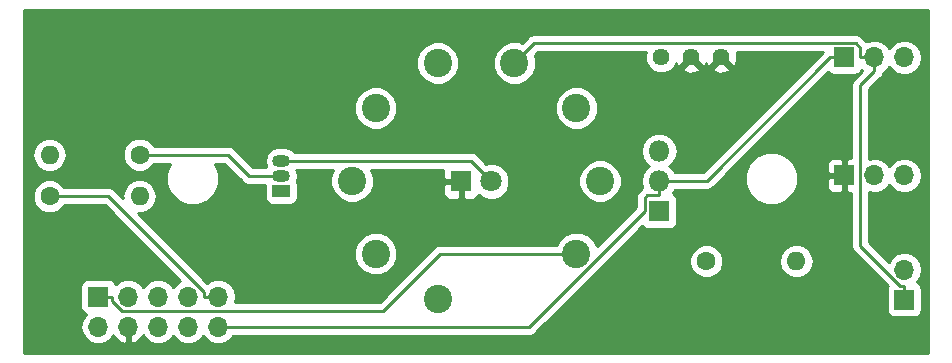
<source format=gtl>
G04 #@! TF.GenerationSoftware,KiCad,Pcbnew,(5.0.0)*
G04 #@! TF.CreationDate,2018-11-17T16:41:43+01:00*
G04 #@! TF.ProjectId,Corona_tubeBoard,436F726F6E615F74756265426F617264,1*
G04 #@! TF.SameCoordinates,Original*
G04 #@! TF.FileFunction,Copper,L1,Top,Signal*
G04 #@! TF.FilePolarity,Positive*
%FSLAX46Y46*%
G04 Gerber Fmt 4.6, Leading zero omitted, Abs format (unit mm)*
G04 Created by KiCad (PCBNEW (5.0.0)) date 11/17/18 16:41:43*
%MOMM*%
%LPD*%
G01*
G04 APERTURE LIST*
G04 #@! TA.AperFunction,ComponentPad*
%ADD10C,2.397760*%
G04 #@! TD*
G04 #@! TA.AperFunction,ComponentPad*
%ADD11O,1.800000X1.800000*%
G04 #@! TD*
G04 #@! TA.AperFunction,ComponentPad*
%ADD12R,1.800000X1.800000*%
G04 #@! TD*
G04 #@! TA.AperFunction,ComponentPad*
%ADD13R,1.700000X1.700000*%
G04 #@! TD*
G04 #@! TA.AperFunction,ComponentPad*
%ADD14O,1.700000X1.700000*%
G04 #@! TD*
G04 #@! TA.AperFunction,ComponentPad*
%ADD15O,1.500000X1.050000*%
G04 #@! TD*
G04 #@! TA.AperFunction,ComponentPad*
%ADD16R,1.500000X1.050000*%
G04 #@! TD*
G04 #@! TA.AperFunction,ComponentPad*
%ADD17C,1.800000*%
G04 #@! TD*
G04 #@! TA.AperFunction,ComponentPad*
%ADD18O,1.600000X1.600000*%
G04 #@! TD*
G04 #@! TA.AperFunction,ComponentPad*
%ADD19C,1.600000*%
G04 #@! TD*
G04 #@! TA.AperFunction,ComponentPad*
%ADD20C,1.440000*%
G04 #@! TD*
G04 #@! TA.AperFunction,Conductor*
%ADD21C,0.250000*%
G04 #@! TD*
G04 #@! TA.AperFunction,Conductor*
%ADD22C,0.254000*%
G04 #@! TD*
G04 APERTURE END LIST*
D10*
G04 #@! TO.P,SX1,1*
G04 #@! TO.N,/Tube Board/TUBE_1_TB*
X47493760Y-21379660D03*
G04 #@! TO.P,SX1,2*
G04 #@! TO.N,/Tube Board/TUBE_2_TB*
X49497820Y-15210000D03*
G04 #@! TO.P,SX1,3*
G04 #@! TO.N,/Tube Board/TUBE_3_TB*
X47493760Y-9040340D03*
G04 #@! TO.P,SX1,4*
G04 #@! TO.N,/Tube Board/TUBE_4_TB*
X42243580Y-5225260D03*
G04 #@! TO.P,SX1,5*
G04 #@! TO.N,Net-(J6-Pad2)*
X35756420Y-5225260D03*
G04 #@! TO.P,SX1,6*
G04 #@! TO.N,/Tube Board/TUBE_6_TB*
X30506240Y-9040340D03*
G04 #@! TO.P,SX1,7*
G04 #@! TO.N,/Tube Board/TUBE_7_TB*
X28502180Y-15210000D03*
G04 #@! TO.P,SX1,8*
G04 #@! TO.N,/Tube Board/TUBE_8_TB*
X30506240Y-21379660D03*
G04 #@! TO.P,SX1,9*
G04 #@! TO.N,N/C*
X35756420Y-25194740D03*
G04 #@! TD*
D11*
G04 #@! TO.P,U2,3*
G04 #@! TO.N,/Tube Board/-6.3V_TB*
X54500000Y-12670000D03*
G04 #@! TO.P,U2,2*
G04 #@! TO.N,/Tube Board/-12V_TB*
X54500000Y-15210000D03*
D12*
G04 #@! TO.P,U2,1*
G04 #@! TO.N,Net-(RFBB1-Pad3)*
X54500000Y-17750000D03*
G04 #@! TD*
D13*
G04 #@! TO.P,J5,1*
G04 #@! TO.N,/Tube Board/TUBE_4_TB*
X75250000Y-25250000D03*
D14*
G04 #@! TO.P,J5,2*
G04 #@! TO.N,Net-(J5-Pad2)*
X75250000Y-22710000D03*
G04 #@! TD*
D15*
G04 #@! TO.P,Q5,2*
G04 #@! TO.N,Net-(Q5-Pad2)*
X22500000Y-14770000D03*
G04 #@! TO.P,Q5,3*
G04 #@! TO.N,Net-(D_TUBE1-Pad2)*
X22500000Y-13500000D03*
D16*
G04 #@! TO.P,Q5,1*
G04 #@! TO.N,Net-(Q5-Pad1)*
X22500000Y-16040000D03*
G04 #@! TD*
D17*
G04 #@! TO.P,D_TUBE1,2*
G04 #@! TO.N,Net-(D_TUBE1-Pad2)*
X40290000Y-15250000D03*
D12*
G04 #@! TO.P,D_TUBE1,1*
G04 #@! TO.N,/Tube Board/GND_TB*
X37750000Y-15250000D03*
G04 #@! TD*
D14*
G04 #@! TO.P,J2,3*
G04 #@! TO.N,/Tube Board/-6.3V_TB*
X75250000Y-4750000D03*
G04 #@! TO.P,J2,2*
G04 #@! TO.N,/Tube Board/TUBE_4_TB*
X72710000Y-4750000D03*
D13*
G04 #@! TO.P,J2,1*
G04 #@! TO.N,/Tube Board/-12V_TB*
X70170000Y-4750000D03*
G04 #@! TD*
G04 #@! TO.P,J4,1*
G04 #@! TO.N,/Tube Board/TUBE_1_TB*
X7000000Y-25000000D03*
D14*
G04 #@! TO.P,J4,2*
G04 #@! TO.N,/Tube Board/TUBE_2_TB*
X7000000Y-27540000D03*
G04 #@! TO.P,J4,3*
G04 #@! TO.N,/Tube Board/TUBE_3_TB*
X9540000Y-25000000D03*
G04 #@! TO.P,J4,4*
G04 #@! TO.N,/Tube Board/GND_TB*
X9540000Y-27540000D03*
G04 #@! TO.P,J4,5*
G04 #@! TO.N,/Tube Board/AUDIO_OUT_TB*
X12080000Y-25000000D03*
G04 #@! TO.P,J4,6*
G04 #@! TO.N,/Tube Board/TUBE_6_TB*
X12080000Y-27540000D03*
G04 #@! TO.P,J4,7*
G04 #@! TO.N,/Tube Board/TUBE_7_TB*
X14620000Y-25000000D03*
G04 #@! TO.P,J4,8*
G04 #@! TO.N,/Tube Board/TUBE_8_TB*
X14620000Y-27540000D03*
G04 #@! TO.P,J4,9*
G04 #@! TO.N,/Tube Board/+12V_TB*
X17160000Y-25000000D03*
G04 #@! TO.P,J4,10*
G04 #@! TO.N,/Tube Board/-12V_TB*
X17160000Y-27540000D03*
G04 #@! TD*
D13*
G04 #@! TO.P,J6,1*
G04 #@! TO.N,/Tube Board/GND_TB*
X70170000Y-14750000D03*
D14*
G04 #@! TO.P,J6,2*
G04 #@! TO.N,Net-(J6-Pad2)*
X72710000Y-14750000D03*
G04 #@! TO.P,J6,3*
G04 #@! TO.N,Net-(J5-Pad2)*
X75250000Y-14750000D03*
G04 #@! TD*
D18*
G04 #@! TO.P,R23,2*
G04 #@! TO.N,Net-(Q5-Pad1)*
X10500000Y-16500000D03*
D19*
G04 #@! TO.P,R23,1*
G04 #@! TO.N,/Tube Board/+12V_TB*
X2880000Y-16500000D03*
G04 #@! TD*
D18*
G04 #@! TO.P,R24,2*
G04 #@! TO.N,/Tube Board/AUDIO_OUT_TB*
X2880000Y-13000000D03*
D19*
G04 #@! TO.P,R24,1*
G04 #@! TO.N,Net-(Q5-Pad2)*
X10500000Y-13000000D03*
G04 #@! TD*
D20*
G04 #@! TO.P,RFBB1,1*
G04 #@! TO.N,/Tube Board/GND_TB*
X59750000Y-4750000D03*
G04 #@! TO.P,RFBB1,2*
X57210000Y-4750000D03*
G04 #@! TO.P,RFBB1,3*
G04 #@! TO.N,Net-(RFBB1-Pad3)*
X54670000Y-4750000D03*
G04 #@! TD*
D18*
G04 #@! TO.P,RFBT1,2*
G04 #@! TO.N,/Tube Board/-6.3V_TB*
X66120000Y-22000000D03*
D19*
G04 #@! TO.P,RFBT1,1*
G04 #@! TO.N,Net-(RFBB1-Pad3)*
X58500000Y-22000000D03*
G04 #@! TD*
D21*
G04 #@! TO.N,/Tube Board/TUBE_4_TB*
X72710000Y-4750000D02*
X71534700Y-4750000D01*
X71534700Y-4750000D02*
X71534700Y-3942000D01*
X71534700Y-3942000D02*
X71158200Y-3565500D01*
X71158200Y-3565500D02*
X43903400Y-3565500D01*
X43903400Y-3565500D02*
X42243600Y-5225300D01*
X72710000Y-5337600D02*
X72710000Y-4750000D01*
X72710000Y-5337600D02*
X72710000Y-5925300D01*
X75250000Y-25250000D02*
X75250000Y-24074700D01*
X72710000Y-5925300D02*
X71525100Y-7110200D01*
X71525100Y-7110200D02*
X71525100Y-20717100D01*
X71525100Y-20717100D02*
X74882700Y-24074700D01*
X74882700Y-24074700D02*
X75250000Y-24074700D01*
G04 #@! TO.N,/Tube Board/-12V_TB*
X54500000Y-15210000D02*
X54500000Y-16435300D01*
X17160000Y-27540000D02*
X43492700Y-27540000D01*
X43492700Y-27540000D02*
X53274700Y-17758000D01*
X53274700Y-17758000D02*
X53274700Y-16665000D01*
X53274700Y-16665000D02*
X53504400Y-16435300D01*
X53504400Y-16435300D02*
X54500000Y-16435300D01*
X68994700Y-4750000D02*
X58534700Y-15210000D01*
X58534700Y-15210000D02*
X54500000Y-15210000D01*
X70170000Y-4750000D02*
X68994700Y-4750000D01*
G04 #@! TO.N,/Tube Board/TUBE_1_TB*
X7000000Y-25000000D02*
X8175300Y-25000000D01*
X8175300Y-25000000D02*
X8175300Y-25367300D01*
X8175300Y-25367300D02*
X9008800Y-26200800D01*
X9008800Y-26200800D02*
X31147800Y-26200800D01*
X31147800Y-26200800D02*
X35968900Y-21379700D01*
X35968900Y-21379700D02*
X47493800Y-21379700D01*
G04 #@! TO.N,Net-(D_TUBE1-Pad2)*
X40290000Y-15250000D02*
X38540000Y-13500000D01*
X38540000Y-13500000D02*
X22500000Y-13500000D01*
G04 #@! TO.N,/Tube Board/+12V_TB*
X17160000Y-25000000D02*
X15984700Y-25000000D01*
X2880000Y-16500000D02*
X7852000Y-16500000D01*
X7852000Y-16500000D02*
X15984700Y-24632700D01*
X15984700Y-24632700D02*
X15984700Y-25000000D01*
G04 #@! TO.N,Net-(Q5-Pad2)*
X10500000Y-13000000D02*
X17986300Y-13000000D01*
X17986300Y-13000000D02*
X19756300Y-14770000D01*
X19756300Y-14770000D02*
X22500000Y-14770000D01*
G04 #@! TD*
D22*
G04 #@! TO.N,/Tube Board/GND_TB*
G36*
X77265000Y-734717D02*
X77265001Y-29765000D01*
X735000Y-29765000D01*
X735000Y-16214561D01*
X1445000Y-16214561D01*
X1445000Y-16785439D01*
X1663466Y-17312862D01*
X2067138Y-17716534D01*
X2594561Y-17935000D01*
X3165439Y-17935000D01*
X3692862Y-17716534D01*
X4096534Y-17312862D01*
X4118430Y-17260000D01*
X7537199Y-17260000D01*
X13943337Y-23666138D01*
X13549375Y-23929375D01*
X13350000Y-24227761D01*
X13150625Y-23929375D01*
X12659418Y-23601161D01*
X12226256Y-23515000D01*
X11933744Y-23515000D01*
X11500582Y-23601161D01*
X11009375Y-23929375D01*
X10810000Y-24227761D01*
X10610625Y-23929375D01*
X10119418Y-23601161D01*
X9686256Y-23515000D01*
X9393744Y-23515000D01*
X8960582Y-23601161D01*
X8469375Y-23929375D01*
X8457184Y-23947619D01*
X8448157Y-23902235D01*
X8307809Y-23692191D01*
X8097765Y-23551843D01*
X7850000Y-23502560D01*
X6150000Y-23502560D01*
X5902235Y-23551843D01*
X5692191Y-23692191D01*
X5551843Y-23902235D01*
X5502560Y-24150000D01*
X5502560Y-25850000D01*
X5551843Y-26097765D01*
X5692191Y-26307809D01*
X5902235Y-26448157D01*
X5947619Y-26457184D01*
X5929375Y-26469375D01*
X5601161Y-26960582D01*
X5485908Y-27540000D01*
X5601161Y-28119418D01*
X5929375Y-28610625D01*
X6420582Y-28938839D01*
X6853744Y-29025000D01*
X7146256Y-29025000D01*
X7579418Y-28938839D01*
X8070625Y-28610625D01*
X8283843Y-28291522D01*
X8344817Y-28421358D01*
X8773076Y-28811645D01*
X9183110Y-28981476D01*
X9413000Y-28860155D01*
X9413000Y-27667000D01*
X9393000Y-27667000D01*
X9393000Y-27413000D01*
X9413000Y-27413000D01*
X9413000Y-27393000D01*
X9667000Y-27393000D01*
X9667000Y-27413000D01*
X9687000Y-27413000D01*
X9687000Y-27667000D01*
X9667000Y-27667000D01*
X9667000Y-28860155D01*
X9896890Y-28981476D01*
X10306924Y-28811645D01*
X10735183Y-28421358D01*
X10796157Y-28291522D01*
X11009375Y-28610625D01*
X11500582Y-28938839D01*
X11933744Y-29025000D01*
X12226256Y-29025000D01*
X12659418Y-28938839D01*
X13150625Y-28610625D01*
X13350000Y-28312239D01*
X13549375Y-28610625D01*
X14040582Y-28938839D01*
X14473744Y-29025000D01*
X14766256Y-29025000D01*
X15199418Y-28938839D01*
X15690625Y-28610625D01*
X15890000Y-28312239D01*
X16089375Y-28610625D01*
X16580582Y-28938839D01*
X17013744Y-29025000D01*
X17306256Y-29025000D01*
X17739418Y-28938839D01*
X18230625Y-28610625D01*
X18438178Y-28300000D01*
X43417853Y-28300000D01*
X43492700Y-28314888D01*
X43567547Y-28300000D01*
X43567552Y-28300000D01*
X43789237Y-28255904D01*
X44040629Y-28087929D01*
X44083031Y-28024470D01*
X50392940Y-21714561D01*
X57065000Y-21714561D01*
X57065000Y-22285439D01*
X57283466Y-22812862D01*
X57687138Y-23216534D01*
X58214561Y-23435000D01*
X58785439Y-23435000D01*
X59312862Y-23216534D01*
X59716534Y-22812862D01*
X59935000Y-22285439D01*
X59935000Y-22000000D01*
X64656887Y-22000000D01*
X64768260Y-22559909D01*
X65085423Y-23034577D01*
X65560091Y-23351740D01*
X65978667Y-23435000D01*
X66261333Y-23435000D01*
X66679909Y-23351740D01*
X67154577Y-23034577D01*
X67471740Y-22559909D01*
X67583113Y-22000000D01*
X67471740Y-21440091D01*
X67154577Y-20965423D01*
X66679909Y-20648260D01*
X66261333Y-20565000D01*
X65978667Y-20565000D01*
X65560091Y-20648260D01*
X65085423Y-20965423D01*
X64768260Y-21440091D01*
X64656887Y-22000000D01*
X59935000Y-22000000D01*
X59935000Y-21714561D01*
X59716534Y-21187138D01*
X59312862Y-20783466D01*
X58785439Y-20565000D01*
X58214561Y-20565000D01*
X57687138Y-20783466D01*
X57283466Y-21187138D01*
X57065000Y-21714561D01*
X50392940Y-21714561D01*
X53085114Y-19022388D01*
X53142191Y-19107809D01*
X53352235Y-19248157D01*
X53600000Y-19297440D01*
X55400000Y-19297440D01*
X55647765Y-19248157D01*
X55857809Y-19107809D01*
X55998157Y-18897765D01*
X56047440Y-18650000D01*
X56047440Y-16850000D01*
X55998157Y-16602235D01*
X55857809Y-16392191D01*
X55649304Y-16252871D01*
X55838312Y-15970000D01*
X58459853Y-15970000D01*
X58534700Y-15984888D01*
X58609547Y-15970000D01*
X58609552Y-15970000D01*
X58831237Y-15925904D01*
X59082629Y-15757929D01*
X59125031Y-15694470D01*
X60264070Y-14555431D01*
X61765000Y-14555431D01*
X61765000Y-15444569D01*
X62105259Y-16266026D01*
X62733974Y-16894741D01*
X63555431Y-17235000D01*
X64444569Y-17235000D01*
X65266026Y-16894741D01*
X65894741Y-16266026D01*
X66235000Y-15444569D01*
X66235000Y-15035750D01*
X68685000Y-15035750D01*
X68685000Y-15726309D01*
X68781673Y-15959698D01*
X68960301Y-16138327D01*
X69193690Y-16235000D01*
X69884250Y-16235000D01*
X70043000Y-16076250D01*
X70043000Y-14877000D01*
X68843750Y-14877000D01*
X68685000Y-15035750D01*
X66235000Y-15035750D01*
X66235000Y-14555431D01*
X65911193Y-13773691D01*
X68685000Y-13773691D01*
X68685000Y-14464250D01*
X68843750Y-14623000D01*
X70043000Y-14623000D01*
X70043000Y-13423750D01*
X69884250Y-13265000D01*
X69193690Y-13265000D01*
X68960301Y-13361673D01*
X68781673Y-13540302D01*
X68685000Y-13773691D01*
X65911193Y-13773691D01*
X65894741Y-13733974D01*
X65266026Y-13105259D01*
X64444569Y-12765000D01*
X63555431Y-12765000D01*
X62733974Y-13105259D01*
X62105259Y-13733974D01*
X61765000Y-14555431D01*
X60264070Y-14555431D01*
X68821937Y-5997565D01*
X68862191Y-6057809D01*
X69072235Y-6198157D01*
X69320000Y-6247440D01*
X71020000Y-6247440D01*
X71267765Y-6198157D01*
X71477809Y-6057809D01*
X71618157Y-5847765D01*
X71627184Y-5802381D01*
X71639375Y-5820625D01*
X71699619Y-5860879D01*
X71040630Y-6519869D01*
X70977171Y-6562271D01*
X70809196Y-6813664D01*
X70765100Y-7035349D01*
X70765100Y-7035353D01*
X70750212Y-7110200D01*
X70765100Y-7185047D01*
X70765100Y-13265000D01*
X70455750Y-13265000D01*
X70297000Y-13423750D01*
X70297000Y-14623000D01*
X70317000Y-14623000D01*
X70317000Y-14877000D01*
X70297000Y-14877000D01*
X70297000Y-16076250D01*
X70455750Y-16235000D01*
X70765101Y-16235000D01*
X70765101Y-20642248D01*
X70750212Y-20717100D01*
X70765101Y-20791952D01*
X70809197Y-21013637D01*
X70977172Y-21265029D01*
X71040628Y-21307429D01*
X73835324Y-24102127D01*
X73801843Y-24152235D01*
X73752560Y-24400000D01*
X73752560Y-26100000D01*
X73801843Y-26347765D01*
X73942191Y-26557809D01*
X74152235Y-26698157D01*
X74400000Y-26747440D01*
X76100000Y-26747440D01*
X76347765Y-26698157D01*
X76557809Y-26557809D01*
X76698157Y-26347765D01*
X76747440Y-26100000D01*
X76747440Y-24400000D01*
X76698157Y-24152235D01*
X76557809Y-23942191D01*
X76347765Y-23801843D01*
X76302381Y-23792816D01*
X76320625Y-23780625D01*
X76648839Y-23289418D01*
X76764092Y-22710000D01*
X76648839Y-22130582D01*
X76320625Y-21639375D01*
X75829418Y-21311161D01*
X75396256Y-21225000D01*
X75103744Y-21225000D01*
X74670582Y-21311161D01*
X74179375Y-21639375D01*
X73916138Y-22033336D01*
X72285100Y-20402299D01*
X72285100Y-16179574D01*
X72563744Y-16235000D01*
X72856256Y-16235000D01*
X73289418Y-16148839D01*
X73780625Y-15820625D01*
X73980000Y-15522239D01*
X74179375Y-15820625D01*
X74670582Y-16148839D01*
X75103744Y-16235000D01*
X75396256Y-16235000D01*
X75829418Y-16148839D01*
X76320625Y-15820625D01*
X76648839Y-15329418D01*
X76764092Y-14750000D01*
X76648839Y-14170582D01*
X76320625Y-13679375D01*
X75829418Y-13351161D01*
X75396256Y-13265000D01*
X75103744Y-13265000D01*
X74670582Y-13351161D01*
X74179375Y-13679375D01*
X73980000Y-13977761D01*
X73780625Y-13679375D01*
X73289418Y-13351161D01*
X72856256Y-13265000D01*
X72563744Y-13265000D01*
X72285100Y-13320426D01*
X72285100Y-7425001D01*
X73194473Y-6515629D01*
X73257929Y-6473229D01*
X73417109Y-6235000D01*
X73425904Y-6221838D01*
X73446691Y-6117333D01*
X73463571Y-6032474D01*
X73780625Y-5820625D01*
X73980000Y-5522239D01*
X74179375Y-5820625D01*
X74670582Y-6148839D01*
X75103744Y-6235000D01*
X75396256Y-6235000D01*
X75829418Y-6148839D01*
X76320625Y-5820625D01*
X76648839Y-5329418D01*
X76764092Y-4750000D01*
X76648839Y-4170582D01*
X76320625Y-3679375D01*
X75829418Y-3351161D01*
X75396256Y-3265000D01*
X75103744Y-3265000D01*
X74670582Y-3351161D01*
X74179375Y-3679375D01*
X73980000Y-3977761D01*
X73780625Y-3679375D01*
X73289418Y-3351161D01*
X72856256Y-3265000D01*
X72563744Y-3265000D01*
X72130582Y-3351161D01*
X72074496Y-3388637D01*
X72019172Y-3351671D01*
X71748531Y-3081029D01*
X71706129Y-3017571D01*
X71454737Y-2849596D01*
X71233052Y-2805500D01*
X71233047Y-2805500D01*
X71158200Y-2790612D01*
X71083353Y-2805500D01*
X43978248Y-2805500D01*
X43903400Y-2790612D01*
X43828552Y-2805500D01*
X43828548Y-2805500D01*
X43655005Y-2840020D01*
X43606862Y-2849596D01*
X43419818Y-2974576D01*
X43355471Y-3017571D01*
X43313071Y-3081027D01*
X42887214Y-3506884D01*
X42608361Y-3391380D01*
X41878799Y-3391380D01*
X41204770Y-3670571D01*
X40688891Y-4186450D01*
X40409700Y-4860479D01*
X40409700Y-5590041D01*
X40688891Y-6264070D01*
X41204770Y-6779949D01*
X41878799Y-7059140D01*
X42608361Y-7059140D01*
X43282390Y-6779949D01*
X43798269Y-6264070D01*
X44077460Y-5590041D01*
X44077460Y-4860479D01*
X43961991Y-4581711D01*
X44218202Y-4325500D01*
X53379192Y-4325500D01*
X53315000Y-4480474D01*
X53315000Y-5019526D01*
X53521286Y-5517546D01*
X53902454Y-5898714D01*
X54400474Y-6105000D01*
X54939526Y-6105000D01*
X55437546Y-5898714D01*
X55636486Y-5699774D01*
X56439831Y-5699774D01*
X56504131Y-5937611D01*
X57012342Y-6117333D01*
X57550644Y-6088892D01*
X57915869Y-5937611D01*
X57980169Y-5699774D01*
X58979831Y-5699774D01*
X59044131Y-5937611D01*
X59552342Y-6117333D01*
X60090644Y-6088892D01*
X60455869Y-5937611D01*
X60520169Y-5699774D01*
X59750000Y-4929605D01*
X58979831Y-5699774D01*
X57980169Y-5699774D01*
X57210000Y-4929605D01*
X56439831Y-5699774D01*
X55636486Y-5699774D01*
X55818714Y-5517546D01*
X55933325Y-5240849D01*
X56022389Y-5455869D01*
X56260226Y-5520169D01*
X57030395Y-4750000D01*
X57016253Y-4735858D01*
X57195858Y-4556253D01*
X57210000Y-4570395D01*
X57224143Y-4556253D01*
X57403748Y-4735858D01*
X57389605Y-4750000D01*
X58159774Y-5520169D01*
X58397611Y-5455869D01*
X58473500Y-5241272D01*
X58562389Y-5455869D01*
X58800226Y-5520169D01*
X59570395Y-4750000D01*
X59556253Y-4735858D01*
X59735858Y-4556253D01*
X59750000Y-4570395D01*
X59764143Y-4556253D01*
X59943748Y-4735858D01*
X59929605Y-4750000D01*
X60699774Y-5520169D01*
X60937611Y-5455869D01*
X61117333Y-4947658D01*
X61088892Y-4409356D01*
X61054158Y-4325500D01*
X68344398Y-4325500D01*
X58219899Y-14450000D01*
X55838312Y-14450000D01*
X55606673Y-14103327D01*
X55362237Y-13940000D01*
X55606673Y-13776673D01*
X55945938Y-13268927D01*
X56065072Y-12670000D01*
X55945938Y-12071073D01*
X55606673Y-11563327D01*
X55098927Y-11224062D01*
X54651182Y-11135000D01*
X54348818Y-11135000D01*
X53901073Y-11224062D01*
X53393327Y-11563327D01*
X53054062Y-12071073D01*
X52934928Y-12670000D01*
X53054062Y-13268927D01*
X53393327Y-13776673D01*
X53637763Y-13940000D01*
X53393327Y-14103327D01*
X53054062Y-14611073D01*
X52934928Y-15210000D01*
X53054062Y-15808927D01*
X53060176Y-15818077D01*
X52956471Y-15887371D01*
X52914069Y-15950830D01*
X52790228Y-16074671D01*
X52726772Y-16117071D01*
X52684372Y-16180527D01*
X52684371Y-16180528D01*
X52558797Y-16368463D01*
X52499812Y-16665000D01*
X52514701Y-16739851D01*
X52514700Y-17443198D01*
X49214987Y-20742911D01*
X49048449Y-20340850D01*
X48532570Y-19824971D01*
X47858541Y-19545780D01*
X47128979Y-19545780D01*
X46454950Y-19824971D01*
X45939071Y-20340850D01*
X45823568Y-20619700D01*
X36043746Y-20619700D01*
X35968899Y-20604812D01*
X35894052Y-20619700D01*
X35894048Y-20619700D01*
X35672363Y-20663796D01*
X35420971Y-20831771D01*
X35378571Y-20895227D01*
X30832999Y-25440800D01*
X18586412Y-25440800D01*
X18674092Y-25000000D01*
X18558839Y-24420582D01*
X18230625Y-23929375D01*
X17739418Y-23601161D01*
X17306256Y-23515000D01*
X17013744Y-23515000D01*
X16580582Y-23601161D01*
X16249311Y-23822509D01*
X13441681Y-21014879D01*
X28672360Y-21014879D01*
X28672360Y-21744441D01*
X28951551Y-22418470D01*
X29467430Y-22934349D01*
X30141459Y-23213540D01*
X30871021Y-23213540D01*
X31545050Y-22934349D01*
X32060929Y-22418470D01*
X32340120Y-21744441D01*
X32340120Y-21014879D01*
X32060929Y-20340850D01*
X31545050Y-19824971D01*
X30871021Y-19545780D01*
X30141459Y-19545780D01*
X29467430Y-19824971D01*
X28951551Y-20340850D01*
X28672360Y-21014879D01*
X13441681Y-21014879D01*
X10361801Y-17935000D01*
X10641333Y-17935000D01*
X11059909Y-17851740D01*
X11534577Y-17534577D01*
X11851740Y-17059909D01*
X11963113Y-16500000D01*
X11851740Y-15940091D01*
X11534577Y-15465423D01*
X11059909Y-15148260D01*
X10641333Y-15065000D01*
X10358667Y-15065000D01*
X9940091Y-15148260D01*
X9465423Y-15465423D01*
X9148260Y-15940091D01*
X9036887Y-16500000D01*
X9064222Y-16637421D01*
X8442331Y-16015530D01*
X8399929Y-15952071D01*
X8148537Y-15784096D01*
X7926852Y-15740000D01*
X7926847Y-15740000D01*
X7852000Y-15725112D01*
X7777153Y-15740000D01*
X4118430Y-15740000D01*
X4096534Y-15687138D01*
X3692862Y-15283466D01*
X3165439Y-15065000D01*
X2594561Y-15065000D01*
X2067138Y-15283466D01*
X1663466Y-15687138D01*
X1445000Y-16214561D01*
X735000Y-16214561D01*
X735000Y-13000000D01*
X1416887Y-13000000D01*
X1528260Y-13559909D01*
X1845423Y-14034577D01*
X2320091Y-14351740D01*
X2738667Y-14435000D01*
X3021333Y-14435000D01*
X3439909Y-14351740D01*
X3914577Y-14034577D01*
X4231740Y-13559909D01*
X4343113Y-13000000D01*
X4286336Y-12714561D01*
X9065000Y-12714561D01*
X9065000Y-13285439D01*
X9283466Y-13812862D01*
X9687138Y-14216534D01*
X10214561Y-14435000D01*
X10785439Y-14435000D01*
X11312862Y-14216534D01*
X11716534Y-13812862D01*
X11738430Y-13760000D01*
X13094479Y-13760000D01*
X12765000Y-14555431D01*
X12765000Y-15444569D01*
X13105259Y-16266026D01*
X13733974Y-16894741D01*
X14555431Y-17235000D01*
X15444569Y-17235000D01*
X16266026Y-16894741D01*
X16894741Y-16266026D01*
X17235000Y-15444569D01*
X17235000Y-14555431D01*
X16905521Y-13760000D01*
X17671499Y-13760000D01*
X19165971Y-15254473D01*
X19208371Y-15317929D01*
X19459763Y-15485904D01*
X19681448Y-15530000D01*
X19681452Y-15530000D01*
X19756299Y-15544888D01*
X19831146Y-15530000D01*
X21102560Y-15530000D01*
X21102560Y-16565000D01*
X21151843Y-16812765D01*
X21292191Y-17022809D01*
X21502235Y-17163157D01*
X21750000Y-17212440D01*
X23250000Y-17212440D01*
X23497765Y-17163157D01*
X23707809Y-17022809D01*
X23848157Y-16812765D01*
X23897440Y-16565000D01*
X23897440Y-15515000D01*
X23848157Y-15267235D01*
X23817843Y-15221867D01*
X23907725Y-14770000D01*
X23817695Y-14317391D01*
X23779348Y-14260000D01*
X26910705Y-14260000D01*
X26668300Y-14845219D01*
X26668300Y-15574781D01*
X26947491Y-16248810D01*
X27463370Y-16764689D01*
X28137399Y-17043880D01*
X28866961Y-17043880D01*
X29540990Y-16764689D01*
X30056869Y-16248810D01*
X30336060Y-15574781D01*
X30336060Y-15535750D01*
X36215000Y-15535750D01*
X36215000Y-16276310D01*
X36311673Y-16509699D01*
X36490302Y-16688327D01*
X36723691Y-16785000D01*
X37464250Y-16785000D01*
X37623000Y-16626250D01*
X37623000Y-15377000D01*
X36373750Y-15377000D01*
X36215000Y-15535750D01*
X30336060Y-15535750D01*
X30336060Y-14845219D01*
X30093655Y-14260000D01*
X36215000Y-14260000D01*
X36215000Y-14964250D01*
X36373750Y-15123000D01*
X37623000Y-15123000D01*
X37623000Y-15103000D01*
X37877000Y-15103000D01*
X37877000Y-15123000D01*
X37897000Y-15123000D01*
X37897000Y-15377000D01*
X37877000Y-15377000D01*
X37877000Y-16626250D01*
X38035750Y-16785000D01*
X38776309Y-16785000D01*
X39009698Y-16688327D01*
X39188327Y-16509699D01*
X39244139Y-16374956D01*
X39420493Y-16551310D01*
X39984670Y-16785000D01*
X40595330Y-16785000D01*
X41159507Y-16551310D01*
X41591310Y-16119507D01*
X41825000Y-15555330D01*
X41825000Y-14944670D01*
X41783807Y-14845219D01*
X47663940Y-14845219D01*
X47663940Y-15574781D01*
X47943131Y-16248810D01*
X48459010Y-16764689D01*
X49133039Y-17043880D01*
X49862601Y-17043880D01*
X50536630Y-16764689D01*
X51052509Y-16248810D01*
X51331700Y-15574781D01*
X51331700Y-14845219D01*
X51052509Y-14171190D01*
X50536630Y-13655311D01*
X49862601Y-13376120D01*
X49133039Y-13376120D01*
X48459010Y-13655311D01*
X47943131Y-14171190D01*
X47663940Y-14845219D01*
X41783807Y-14845219D01*
X41591310Y-14380493D01*
X41159507Y-13948690D01*
X40595330Y-13715000D01*
X39984670Y-13715000D01*
X39875161Y-13760360D01*
X39130331Y-13015530D01*
X39087929Y-12952071D01*
X38836537Y-12784096D01*
X38614852Y-12740000D01*
X38614847Y-12740000D01*
X38540000Y-12725112D01*
X38465153Y-12740000D01*
X23612304Y-12740000D01*
X23561313Y-12663687D01*
X23177609Y-12407305D01*
X22839246Y-12340000D01*
X22160754Y-12340000D01*
X21822391Y-12407305D01*
X21438687Y-12663687D01*
X21182305Y-13047391D01*
X21092275Y-13500000D01*
X21182305Y-13952609D01*
X21220652Y-14010000D01*
X20071102Y-14010000D01*
X18576631Y-12515530D01*
X18534229Y-12452071D01*
X18282837Y-12284096D01*
X18061152Y-12240000D01*
X18061147Y-12240000D01*
X17986300Y-12225112D01*
X17911453Y-12240000D01*
X11738430Y-12240000D01*
X11716534Y-12187138D01*
X11312862Y-11783466D01*
X10785439Y-11565000D01*
X10214561Y-11565000D01*
X9687138Y-11783466D01*
X9283466Y-12187138D01*
X9065000Y-12714561D01*
X4286336Y-12714561D01*
X4231740Y-12440091D01*
X3914577Y-11965423D01*
X3439909Y-11648260D01*
X3021333Y-11565000D01*
X2738667Y-11565000D01*
X2320091Y-11648260D01*
X1845423Y-11965423D01*
X1528260Y-12440091D01*
X1416887Y-13000000D01*
X735000Y-13000000D01*
X735000Y-8675559D01*
X28672360Y-8675559D01*
X28672360Y-9405121D01*
X28951551Y-10079150D01*
X29467430Y-10595029D01*
X30141459Y-10874220D01*
X30871021Y-10874220D01*
X31545050Y-10595029D01*
X32060929Y-10079150D01*
X32340120Y-9405121D01*
X32340120Y-8675559D01*
X45659880Y-8675559D01*
X45659880Y-9405121D01*
X45939071Y-10079150D01*
X46454950Y-10595029D01*
X47128979Y-10874220D01*
X47858541Y-10874220D01*
X48532570Y-10595029D01*
X49048449Y-10079150D01*
X49327640Y-9405121D01*
X49327640Y-8675559D01*
X49048449Y-8001530D01*
X48532570Y-7485651D01*
X47858541Y-7206460D01*
X47128979Y-7206460D01*
X46454950Y-7485651D01*
X45939071Y-8001530D01*
X45659880Y-8675559D01*
X32340120Y-8675559D01*
X32060929Y-8001530D01*
X31545050Y-7485651D01*
X30871021Y-7206460D01*
X30141459Y-7206460D01*
X29467430Y-7485651D01*
X28951551Y-8001530D01*
X28672360Y-8675559D01*
X735000Y-8675559D01*
X735000Y-4860479D01*
X33922540Y-4860479D01*
X33922540Y-5590041D01*
X34201731Y-6264070D01*
X34717610Y-6779949D01*
X35391639Y-7059140D01*
X36121201Y-7059140D01*
X36795230Y-6779949D01*
X37311109Y-6264070D01*
X37590300Y-5590041D01*
X37590300Y-4860479D01*
X37311109Y-4186450D01*
X36795230Y-3670571D01*
X36121201Y-3391380D01*
X35391639Y-3391380D01*
X34717610Y-3670571D01*
X34201731Y-4186450D01*
X33922540Y-4860479D01*
X735000Y-4860479D01*
X735000Y-705283D01*
X77265000Y-734717D01*
X77265000Y-734717D01*
G37*
X77265000Y-734717D02*
X77265001Y-29765000D01*
X735000Y-29765000D01*
X735000Y-16214561D01*
X1445000Y-16214561D01*
X1445000Y-16785439D01*
X1663466Y-17312862D01*
X2067138Y-17716534D01*
X2594561Y-17935000D01*
X3165439Y-17935000D01*
X3692862Y-17716534D01*
X4096534Y-17312862D01*
X4118430Y-17260000D01*
X7537199Y-17260000D01*
X13943337Y-23666138D01*
X13549375Y-23929375D01*
X13350000Y-24227761D01*
X13150625Y-23929375D01*
X12659418Y-23601161D01*
X12226256Y-23515000D01*
X11933744Y-23515000D01*
X11500582Y-23601161D01*
X11009375Y-23929375D01*
X10810000Y-24227761D01*
X10610625Y-23929375D01*
X10119418Y-23601161D01*
X9686256Y-23515000D01*
X9393744Y-23515000D01*
X8960582Y-23601161D01*
X8469375Y-23929375D01*
X8457184Y-23947619D01*
X8448157Y-23902235D01*
X8307809Y-23692191D01*
X8097765Y-23551843D01*
X7850000Y-23502560D01*
X6150000Y-23502560D01*
X5902235Y-23551843D01*
X5692191Y-23692191D01*
X5551843Y-23902235D01*
X5502560Y-24150000D01*
X5502560Y-25850000D01*
X5551843Y-26097765D01*
X5692191Y-26307809D01*
X5902235Y-26448157D01*
X5947619Y-26457184D01*
X5929375Y-26469375D01*
X5601161Y-26960582D01*
X5485908Y-27540000D01*
X5601161Y-28119418D01*
X5929375Y-28610625D01*
X6420582Y-28938839D01*
X6853744Y-29025000D01*
X7146256Y-29025000D01*
X7579418Y-28938839D01*
X8070625Y-28610625D01*
X8283843Y-28291522D01*
X8344817Y-28421358D01*
X8773076Y-28811645D01*
X9183110Y-28981476D01*
X9413000Y-28860155D01*
X9413000Y-27667000D01*
X9393000Y-27667000D01*
X9393000Y-27413000D01*
X9413000Y-27413000D01*
X9413000Y-27393000D01*
X9667000Y-27393000D01*
X9667000Y-27413000D01*
X9687000Y-27413000D01*
X9687000Y-27667000D01*
X9667000Y-27667000D01*
X9667000Y-28860155D01*
X9896890Y-28981476D01*
X10306924Y-28811645D01*
X10735183Y-28421358D01*
X10796157Y-28291522D01*
X11009375Y-28610625D01*
X11500582Y-28938839D01*
X11933744Y-29025000D01*
X12226256Y-29025000D01*
X12659418Y-28938839D01*
X13150625Y-28610625D01*
X13350000Y-28312239D01*
X13549375Y-28610625D01*
X14040582Y-28938839D01*
X14473744Y-29025000D01*
X14766256Y-29025000D01*
X15199418Y-28938839D01*
X15690625Y-28610625D01*
X15890000Y-28312239D01*
X16089375Y-28610625D01*
X16580582Y-28938839D01*
X17013744Y-29025000D01*
X17306256Y-29025000D01*
X17739418Y-28938839D01*
X18230625Y-28610625D01*
X18438178Y-28300000D01*
X43417853Y-28300000D01*
X43492700Y-28314888D01*
X43567547Y-28300000D01*
X43567552Y-28300000D01*
X43789237Y-28255904D01*
X44040629Y-28087929D01*
X44083031Y-28024470D01*
X50392940Y-21714561D01*
X57065000Y-21714561D01*
X57065000Y-22285439D01*
X57283466Y-22812862D01*
X57687138Y-23216534D01*
X58214561Y-23435000D01*
X58785439Y-23435000D01*
X59312862Y-23216534D01*
X59716534Y-22812862D01*
X59935000Y-22285439D01*
X59935000Y-22000000D01*
X64656887Y-22000000D01*
X64768260Y-22559909D01*
X65085423Y-23034577D01*
X65560091Y-23351740D01*
X65978667Y-23435000D01*
X66261333Y-23435000D01*
X66679909Y-23351740D01*
X67154577Y-23034577D01*
X67471740Y-22559909D01*
X67583113Y-22000000D01*
X67471740Y-21440091D01*
X67154577Y-20965423D01*
X66679909Y-20648260D01*
X66261333Y-20565000D01*
X65978667Y-20565000D01*
X65560091Y-20648260D01*
X65085423Y-20965423D01*
X64768260Y-21440091D01*
X64656887Y-22000000D01*
X59935000Y-22000000D01*
X59935000Y-21714561D01*
X59716534Y-21187138D01*
X59312862Y-20783466D01*
X58785439Y-20565000D01*
X58214561Y-20565000D01*
X57687138Y-20783466D01*
X57283466Y-21187138D01*
X57065000Y-21714561D01*
X50392940Y-21714561D01*
X53085114Y-19022388D01*
X53142191Y-19107809D01*
X53352235Y-19248157D01*
X53600000Y-19297440D01*
X55400000Y-19297440D01*
X55647765Y-19248157D01*
X55857809Y-19107809D01*
X55998157Y-18897765D01*
X56047440Y-18650000D01*
X56047440Y-16850000D01*
X55998157Y-16602235D01*
X55857809Y-16392191D01*
X55649304Y-16252871D01*
X55838312Y-15970000D01*
X58459853Y-15970000D01*
X58534700Y-15984888D01*
X58609547Y-15970000D01*
X58609552Y-15970000D01*
X58831237Y-15925904D01*
X59082629Y-15757929D01*
X59125031Y-15694470D01*
X60264070Y-14555431D01*
X61765000Y-14555431D01*
X61765000Y-15444569D01*
X62105259Y-16266026D01*
X62733974Y-16894741D01*
X63555431Y-17235000D01*
X64444569Y-17235000D01*
X65266026Y-16894741D01*
X65894741Y-16266026D01*
X66235000Y-15444569D01*
X66235000Y-15035750D01*
X68685000Y-15035750D01*
X68685000Y-15726309D01*
X68781673Y-15959698D01*
X68960301Y-16138327D01*
X69193690Y-16235000D01*
X69884250Y-16235000D01*
X70043000Y-16076250D01*
X70043000Y-14877000D01*
X68843750Y-14877000D01*
X68685000Y-15035750D01*
X66235000Y-15035750D01*
X66235000Y-14555431D01*
X65911193Y-13773691D01*
X68685000Y-13773691D01*
X68685000Y-14464250D01*
X68843750Y-14623000D01*
X70043000Y-14623000D01*
X70043000Y-13423750D01*
X69884250Y-13265000D01*
X69193690Y-13265000D01*
X68960301Y-13361673D01*
X68781673Y-13540302D01*
X68685000Y-13773691D01*
X65911193Y-13773691D01*
X65894741Y-13733974D01*
X65266026Y-13105259D01*
X64444569Y-12765000D01*
X63555431Y-12765000D01*
X62733974Y-13105259D01*
X62105259Y-13733974D01*
X61765000Y-14555431D01*
X60264070Y-14555431D01*
X68821937Y-5997565D01*
X68862191Y-6057809D01*
X69072235Y-6198157D01*
X69320000Y-6247440D01*
X71020000Y-6247440D01*
X71267765Y-6198157D01*
X71477809Y-6057809D01*
X71618157Y-5847765D01*
X71627184Y-5802381D01*
X71639375Y-5820625D01*
X71699619Y-5860879D01*
X71040630Y-6519869D01*
X70977171Y-6562271D01*
X70809196Y-6813664D01*
X70765100Y-7035349D01*
X70765100Y-7035353D01*
X70750212Y-7110200D01*
X70765100Y-7185047D01*
X70765100Y-13265000D01*
X70455750Y-13265000D01*
X70297000Y-13423750D01*
X70297000Y-14623000D01*
X70317000Y-14623000D01*
X70317000Y-14877000D01*
X70297000Y-14877000D01*
X70297000Y-16076250D01*
X70455750Y-16235000D01*
X70765101Y-16235000D01*
X70765101Y-20642248D01*
X70750212Y-20717100D01*
X70765101Y-20791952D01*
X70809197Y-21013637D01*
X70977172Y-21265029D01*
X71040628Y-21307429D01*
X73835324Y-24102127D01*
X73801843Y-24152235D01*
X73752560Y-24400000D01*
X73752560Y-26100000D01*
X73801843Y-26347765D01*
X73942191Y-26557809D01*
X74152235Y-26698157D01*
X74400000Y-26747440D01*
X76100000Y-26747440D01*
X76347765Y-26698157D01*
X76557809Y-26557809D01*
X76698157Y-26347765D01*
X76747440Y-26100000D01*
X76747440Y-24400000D01*
X76698157Y-24152235D01*
X76557809Y-23942191D01*
X76347765Y-23801843D01*
X76302381Y-23792816D01*
X76320625Y-23780625D01*
X76648839Y-23289418D01*
X76764092Y-22710000D01*
X76648839Y-22130582D01*
X76320625Y-21639375D01*
X75829418Y-21311161D01*
X75396256Y-21225000D01*
X75103744Y-21225000D01*
X74670582Y-21311161D01*
X74179375Y-21639375D01*
X73916138Y-22033336D01*
X72285100Y-20402299D01*
X72285100Y-16179574D01*
X72563744Y-16235000D01*
X72856256Y-16235000D01*
X73289418Y-16148839D01*
X73780625Y-15820625D01*
X73980000Y-15522239D01*
X74179375Y-15820625D01*
X74670582Y-16148839D01*
X75103744Y-16235000D01*
X75396256Y-16235000D01*
X75829418Y-16148839D01*
X76320625Y-15820625D01*
X76648839Y-15329418D01*
X76764092Y-14750000D01*
X76648839Y-14170582D01*
X76320625Y-13679375D01*
X75829418Y-13351161D01*
X75396256Y-13265000D01*
X75103744Y-13265000D01*
X74670582Y-13351161D01*
X74179375Y-13679375D01*
X73980000Y-13977761D01*
X73780625Y-13679375D01*
X73289418Y-13351161D01*
X72856256Y-13265000D01*
X72563744Y-13265000D01*
X72285100Y-13320426D01*
X72285100Y-7425001D01*
X73194473Y-6515629D01*
X73257929Y-6473229D01*
X73417109Y-6235000D01*
X73425904Y-6221838D01*
X73446691Y-6117333D01*
X73463571Y-6032474D01*
X73780625Y-5820625D01*
X73980000Y-5522239D01*
X74179375Y-5820625D01*
X74670582Y-6148839D01*
X75103744Y-6235000D01*
X75396256Y-6235000D01*
X75829418Y-6148839D01*
X76320625Y-5820625D01*
X76648839Y-5329418D01*
X76764092Y-4750000D01*
X76648839Y-4170582D01*
X76320625Y-3679375D01*
X75829418Y-3351161D01*
X75396256Y-3265000D01*
X75103744Y-3265000D01*
X74670582Y-3351161D01*
X74179375Y-3679375D01*
X73980000Y-3977761D01*
X73780625Y-3679375D01*
X73289418Y-3351161D01*
X72856256Y-3265000D01*
X72563744Y-3265000D01*
X72130582Y-3351161D01*
X72074496Y-3388637D01*
X72019172Y-3351671D01*
X71748531Y-3081029D01*
X71706129Y-3017571D01*
X71454737Y-2849596D01*
X71233052Y-2805500D01*
X71233047Y-2805500D01*
X71158200Y-2790612D01*
X71083353Y-2805500D01*
X43978248Y-2805500D01*
X43903400Y-2790612D01*
X43828552Y-2805500D01*
X43828548Y-2805500D01*
X43655005Y-2840020D01*
X43606862Y-2849596D01*
X43419818Y-2974576D01*
X43355471Y-3017571D01*
X43313071Y-3081027D01*
X42887214Y-3506884D01*
X42608361Y-3391380D01*
X41878799Y-3391380D01*
X41204770Y-3670571D01*
X40688891Y-4186450D01*
X40409700Y-4860479D01*
X40409700Y-5590041D01*
X40688891Y-6264070D01*
X41204770Y-6779949D01*
X41878799Y-7059140D01*
X42608361Y-7059140D01*
X43282390Y-6779949D01*
X43798269Y-6264070D01*
X44077460Y-5590041D01*
X44077460Y-4860479D01*
X43961991Y-4581711D01*
X44218202Y-4325500D01*
X53379192Y-4325500D01*
X53315000Y-4480474D01*
X53315000Y-5019526D01*
X53521286Y-5517546D01*
X53902454Y-5898714D01*
X54400474Y-6105000D01*
X54939526Y-6105000D01*
X55437546Y-5898714D01*
X55636486Y-5699774D01*
X56439831Y-5699774D01*
X56504131Y-5937611D01*
X57012342Y-6117333D01*
X57550644Y-6088892D01*
X57915869Y-5937611D01*
X57980169Y-5699774D01*
X58979831Y-5699774D01*
X59044131Y-5937611D01*
X59552342Y-6117333D01*
X60090644Y-6088892D01*
X60455869Y-5937611D01*
X60520169Y-5699774D01*
X59750000Y-4929605D01*
X58979831Y-5699774D01*
X57980169Y-5699774D01*
X57210000Y-4929605D01*
X56439831Y-5699774D01*
X55636486Y-5699774D01*
X55818714Y-5517546D01*
X55933325Y-5240849D01*
X56022389Y-5455869D01*
X56260226Y-5520169D01*
X57030395Y-4750000D01*
X57016253Y-4735858D01*
X57195858Y-4556253D01*
X57210000Y-4570395D01*
X57224143Y-4556253D01*
X57403748Y-4735858D01*
X57389605Y-4750000D01*
X58159774Y-5520169D01*
X58397611Y-5455869D01*
X58473500Y-5241272D01*
X58562389Y-5455869D01*
X58800226Y-5520169D01*
X59570395Y-4750000D01*
X59556253Y-4735858D01*
X59735858Y-4556253D01*
X59750000Y-4570395D01*
X59764143Y-4556253D01*
X59943748Y-4735858D01*
X59929605Y-4750000D01*
X60699774Y-5520169D01*
X60937611Y-5455869D01*
X61117333Y-4947658D01*
X61088892Y-4409356D01*
X61054158Y-4325500D01*
X68344398Y-4325500D01*
X58219899Y-14450000D01*
X55838312Y-14450000D01*
X55606673Y-14103327D01*
X55362237Y-13940000D01*
X55606673Y-13776673D01*
X55945938Y-13268927D01*
X56065072Y-12670000D01*
X55945938Y-12071073D01*
X55606673Y-11563327D01*
X55098927Y-11224062D01*
X54651182Y-11135000D01*
X54348818Y-11135000D01*
X53901073Y-11224062D01*
X53393327Y-11563327D01*
X53054062Y-12071073D01*
X52934928Y-12670000D01*
X53054062Y-13268927D01*
X53393327Y-13776673D01*
X53637763Y-13940000D01*
X53393327Y-14103327D01*
X53054062Y-14611073D01*
X52934928Y-15210000D01*
X53054062Y-15808927D01*
X53060176Y-15818077D01*
X52956471Y-15887371D01*
X52914069Y-15950830D01*
X52790228Y-16074671D01*
X52726772Y-16117071D01*
X52684372Y-16180527D01*
X52684371Y-16180528D01*
X52558797Y-16368463D01*
X52499812Y-16665000D01*
X52514701Y-16739851D01*
X52514700Y-17443198D01*
X49214987Y-20742911D01*
X49048449Y-20340850D01*
X48532570Y-19824971D01*
X47858541Y-19545780D01*
X47128979Y-19545780D01*
X46454950Y-19824971D01*
X45939071Y-20340850D01*
X45823568Y-20619700D01*
X36043746Y-20619700D01*
X35968899Y-20604812D01*
X35894052Y-20619700D01*
X35894048Y-20619700D01*
X35672363Y-20663796D01*
X35420971Y-20831771D01*
X35378571Y-20895227D01*
X30832999Y-25440800D01*
X18586412Y-25440800D01*
X18674092Y-25000000D01*
X18558839Y-24420582D01*
X18230625Y-23929375D01*
X17739418Y-23601161D01*
X17306256Y-23515000D01*
X17013744Y-23515000D01*
X16580582Y-23601161D01*
X16249311Y-23822509D01*
X13441681Y-21014879D01*
X28672360Y-21014879D01*
X28672360Y-21744441D01*
X28951551Y-22418470D01*
X29467430Y-22934349D01*
X30141459Y-23213540D01*
X30871021Y-23213540D01*
X31545050Y-22934349D01*
X32060929Y-22418470D01*
X32340120Y-21744441D01*
X32340120Y-21014879D01*
X32060929Y-20340850D01*
X31545050Y-19824971D01*
X30871021Y-19545780D01*
X30141459Y-19545780D01*
X29467430Y-19824971D01*
X28951551Y-20340850D01*
X28672360Y-21014879D01*
X13441681Y-21014879D01*
X10361801Y-17935000D01*
X10641333Y-17935000D01*
X11059909Y-17851740D01*
X11534577Y-17534577D01*
X11851740Y-17059909D01*
X11963113Y-16500000D01*
X11851740Y-15940091D01*
X11534577Y-15465423D01*
X11059909Y-15148260D01*
X10641333Y-15065000D01*
X10358667Y-15065000D01*
X9940091Y-15148260D01*
X9465423Y-15465423D01*
X9148260Y-15940091D01*
X9036887Y-16500000D01*
X9064222Y-16637421D01*
X8442331Y-16015530D01*
X8399929Y-15952071D01*
X8148537Y-15784096D01*
X7926852Y-15740000D01*
X7926847Y-15740000D01*
X7852000Y-15725112D01*
X7777153Y-15740000D01*
X4118430Y-15740000D01*
X4096534Y-15687138D01*
X3692862Y-15283466D01*
X3165439Y-15065000D01*
X2594561Y-15065000D01*
X2067138Y-15283466D01*
X1663466Y-15687138D01*
X1445000Y-16214561D01*
X735000Y-16214561D01*
X735000Y-13000000D01*
X1416887Y-13000000D01*
X1528260Y-13559909D01*
X1845423Y-14034577D01*
X2320091Y-14351740D01*
X2738667Y-14435000D01*
X3021333Y-14435000D01*
X3439909Y-14351740D01*
X3914577Y-14034577D01*
X4231740Y-13559909D01*
X4343113Y-13000000D01*
X4286336Y-12714561D01*
X9065000Y-12714561D01*
X9065000Y-13285439D01*
X9283466Y-13812862D01*
X9687138Y-14216534D01*
X10214561Y-14435000D01*
X10785439Y-14435000D01*
X11312862Y-14216534D01*
X11716534Y-13812862D01*
X11738430Y-13760000D01*
X13094479Y-13760000D01*
X12765000Y-14555431D01*
X12765000Y-15444569D01*
X13105259Y-16266026D01*
X13733974Y-16894741D01*
X14555431Y-17235000D01*
X15444569Y-17235000D01*
X16266026Y-16894741D01*
X16894741Y-16266026D01*
X17235000Y-15444569D01*
X17235000Y-14555431D01*
X16905521Y-13760000D01*
X17671499Y-13760000D01*
X19165971Y-15254473D01*
X19208371Y-15317929D01*
X19459763Y-15485904D01*
X19681448Y-15530000D01*
X19681452Y-15530000D01*
X19756299Y-15544888D01*
X19831146Y-15530000D01*
X21102560Y-15530000D01*
X21102560Y-16565000D01*
X21151843Y-16812765D01*
X21292191Y-17022809D01*
X21502235Y-17163157D01*
X21750000Y-17212440D01*
X23250000Y-17212440D01*
X23497765Y-17163157D01*
X23707809Y-17022809D01*
X23848157Y-16812765D01*
X23897440Y-16565000D01*
X23897440Y-15515000D01*
X23848157Y-15267235D01*
X23817843Y-15221867D01*
X23907725Y-14770000D01*
X23817695Y-14317391D01*
X23779348Y-14260000D01*
X26910705Y-14260000D01*
X26668300Y-14845219D01*
X26668300Y-15574781D01*
X26947491Y-16248810D01*
X27463370Y-16764689D01*
X28137399Y-17043880D01*
X28866961Y-17043880D01*
X29540990Y-16764689D01*
X30056869Y-16248810D01*
X30336060Y-15574781D01*
X30336060Y-15535750D01*
X36215000Y-15535750D01*
X36215000Y-16276310D01*
X36311673Y-16509699D01*
X36490302Y-16688327D01*
X36723691Y-16785000D01*
X37464250Y-16785000D01*
X37623000Y-16626250D01*
X37623000Y-15377000D01*
X36373750Y-15377000D01*
X36215000Y-15535750D01*
X30336060Y-15535750D01*
X30336060Y-14845219D01*
X30093655Y-14260000D01*
X36215000Y-14260000D01*
X36215000Y-14964250D01*
X36373750Y-15123000D01*
X37623000Y-15123000D01*
X37623000Y-15103000D01*
X37877000Y-15103000D01*
X37877000Y-15123000D01*
X37897000Y-15123000D01*
X37897000Y-15377000D01*
X37877000Y-15377000D01*
X37877000Y-16626250D01*
X38035750Y-16785000D01*
X38776309Y-16785000D01*
X39009698Y-16688327D01*
X39188327Y-16509699D01*
X39244139Y-16374956D01*
X39420493Y-16551310D01*
X39984670Y-16785000D01*
X40595330Y-16785000D01*
X41159507Y-16551310D01*
X41591310Y-16119507D01*
X41825000Y-15555330D01*
X41825000Y-14944670D01*
X41783807Y-14845219D01*
X47663940Y-14845219D01*
X47663940Y-15574781D01*
X47943131Y-16248810D01*
X48459010Y-16764689D01*
X49133039Y-17043880D01*
X49862601Y-17043880D01*
X50536630Y-16764689D01*
X51052509Y-16248810D01*
X51331700Y-15574781D01*
X51331700Y-14845219D01*
X51052509Y-14171190D01*
X50536630Y-13655311D01*
X49862601Y-13376120D01*
X49133039Y-13376120D01*
X48459010Y-13655311D01*
X47943131Y-14171190D01*
X47663940Y-14845219D01*
X41783807Y-14845219D01*
X41591310Y-14380493D01*
X41159507Y-13948690D01*
X40595330Y-13715000D01*
X39984670Y-13715000D01*
X39875161Y-13760360D01*
X39130331Y-13015530D01*
X39087929Y-12952071D01*
X38836537Y-12784096D01*
X38614852Y-12740000D01*
X38614847Y-12740000D01*
X38540000Y-12725112D01*
X38465153Y-12740000D01*
X23612304Y-12740000D01*
X23561313Y-12663687D01*
X23177609Y-12407305D01*
X22839246Y-12340000D01*
X22160754Y-12340000D01*
X21822391Y-12407305D01*
X21438687Y-12663687D01*
X21182305Y-13047391D01*
X21092275Y-13500000D01*
X21182305Y-13952609D01*
X21220652Y-14010000D01*
X20071102Y-14010000D01*
X18576631Y-12515530D01*
X18534229Y-12452071D01*
X18282837Y-12284096D01*
X18061152Y-12240000D01*
X18061147Y-12240000D01*
X17986300Y-12225112D01*
X17911453Y-12240000D01*
X11738430Y-12240000D01*
X11716534Y-12187138D01*
X11312862Y-11783466D01*
X10785439Y-11565000D01*
X10214561Y-11565000D01*
X9687138Y-11783466D01*
X9283466Y-12187138D01*
X9065000Y-12714561D01*
X4286336Y-12714561D01*
X4231740Y-12440091D01*
X3914577Y-11965423D01*
X3439909Y-11648260D01*
X3021333Y-11565000D01*
X2738667Y-11565000D01*
X2320091Y-11648260D01*
X1845423Y-11965423D01*
X1528260Y-12440091D01*
X1416887Y-13000000D01*
X735000Y-13000000D01*
X735000Y-8675559D01*
X28672360Y-8675559D01*
X28672360Y-9405121D01*
X28951551Y-10079150D01*
X29467430Y-10595029D01*
X30141459Y-10874220D01*
X30871021Y-10874220D01*
X31545050Y-10595029D01*
X32060929Y-10079150D01*
X32340120Y-9405121D01*
X32340120Y-8675559D01*
X45659880Y-8675559D01*
X45659880Y-9405121D01*
X45939071Y-10079150D01*
X46454950Y-10595029D01*
X47128979Y-10874220D01*
X47858541Y-10874220D01*
X48532570Y-10595029D01*
X49048449Y-10079150D01*
X49327640Y-9405121D01*
X49327640Y-8675559D01*
X49048449Y-8001530D01*
X48532570Y-7485651D01*
X47858541Y-7206460D01*
X47128979Y-7206460D01*
X46454950Y-7485651D01*
X45939071Y-8001530D01*
X45659880Y-8675559D01*
X32340120Y-8675559D01*
X32060929Y-8001530D01*
X31545050Y-7485651D01*
X30871021Y-7206460D01*
X30141459Y-7206460D01*
X29467430Y-7485651D01*
X28951551Y-8001530D01*
X28672360Y-8675559D01*
X735000Y-8675559D01*
X735000Y-4860479D01*
X33922540Y-4860479D01*
X33922540Y-5590041D01*
X34201731Y-6264070D01*
X34717610Y-6779949D01*
X35391639Y-7059140D01*
X36121201Y-7059140D01*
X36795230Y-6779949D01*
X37311109Y-6264070D01*
X37590300Y-5590041D01*
X37590300Y-4860479D01*
X37311109Y-4186450D01*
X36795230Y-3670571D01*
X36121201Y-3391380D01*
X35391639Y-3391380D01*
X34717610Y-3670571D01*
X34201731Y-4186450D01*
X33922540Y-4860479D01*
X735000Y-4860479D01*
X735000Y-705283D01*
X77265000Y-734717D01*
G04 #@! TD*
M02*

</source>
